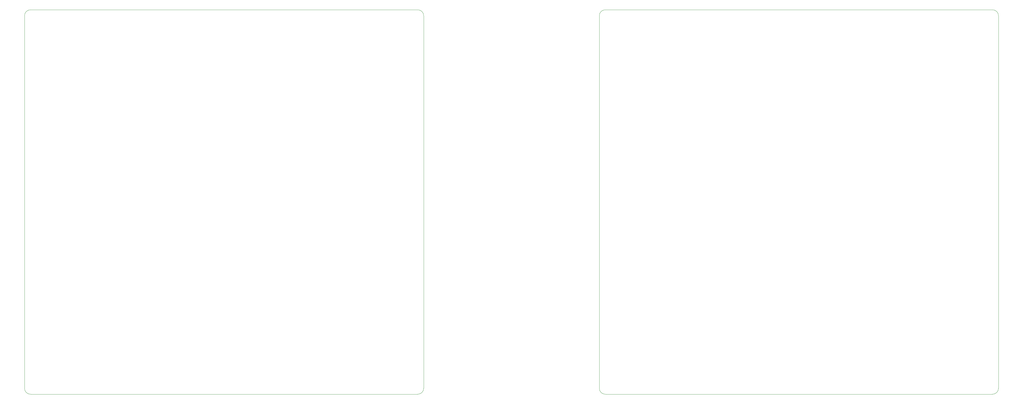
<source format=gbr>
%TF.GenerationSoftware,KiCad,Pcbnew,5.1.10-1.fc34*%
%TF.CreationDate,2021-08-03T16:02:25+03:00*%
%TF.ProjectId,keyboard,6b657962-6f61-4726-942e-6b696361645f,rev?*%
%TF.SameCoordinates,Original*%
%TF.FileFunction,Profile,NP*%
%FSLAX46Y46*%
G04 Gerber Fmt 4.6, Leading zero omitted, Abs format (unit mm)*
G04 Created by KiCad (PCBNEW 5.1.10-1.fc34) date 2021-08-03 16:02:25*
%MOMM*%
%LPD*%
G01*
G04 APERTURE LIST*
%TA.AperFunction,Profile*%
%ADD10C,0.100000*%
%TD*%
G04 APERTURE END LIST*
D10*
X352298000Y-137668000D02*
G75*
G02*
X350266000Y-139700000I-2032000J0D01*
G01*
X217170000Y-11684000D02*
G75*
G02*
X219202000Y-9652000I2032000J0D01*
G01*
X350266000Y-139700000D02*
X219202000Y-139700000D01*
X350266000Y-9652000D02*
G75*
G02*
X352298000Y-11684000I0J-2032000D01*
G01*
X219202000Y-139700000D02*
G75*
G02*
X217170000Y-137668000I0J2032000D01*
G01*
X219202000Y-9652000D02*
X350266000Y-9652000D01*
X217170000Y-137668000D02*
X217170000Y-11684000D01*
X352298000Y-11684000D02*
X352298000Y-137668000D01*
X155702000Y-9652000D02*
G75*
G02*
X157734000Y-11684000I0J-2032000D01*
G01*
X157734000Y-137668000D02*
G75*
G02*
X155702000Y-139700000I-2032000J0D01*
G01*
X24638000Y-139700000D02*
G75*
G02*
X22606000Y-137668000I0J2032000D01*
G01*
X22606000Y-11684000D02*
G75*
G02*
X24638000Y-9652000I2032000J0D01*
G01*
X157734000Y-11684000D02*
X157734000Y-137668000D01*
X24638000Y-9652000D02*
X155702000Y-9652000D01*
X22606000Y-137668000D02*
X22606000Y-11684000D01*
X155702000Y-139700000D02*
X24638000Y-139700000D01*
M02*

</source>
